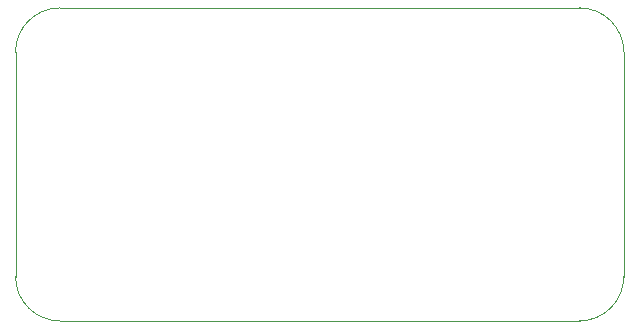
<source format=gbr>
%TF.GenerationSoftware,KiCad,Pcbnew,8.0.7*%
%TF.CreationDate,2025-01-26T16:55:51-08:00*%
%TF.ProjectId,servo-dev-board,73657276-6f2d-4646-9576-2d626f617264,rev?*%
%TF.SameCoordinates,Original*%
%TF.FileFunction,Profile,NP*%
%FSLAX46Y46*%
G04 Gerber Fmt 4.6, Leading zero omitted, Abs format (unit mm)*
G04 Created by KiCad (PCBNEW 8.0.7) date 2025-01-26 16:55:51*
%MOMM*%
%LPD*%
G01*
G04 APERTURE LIST*
%TA.AperFunction,Profile*%
%ADD10C,0.050000*%
%TD*%
G04 APERTURE END LIST*
D10*
X165750000Y-91500000D02*
X165750000Y-110500000D01*
X162000000Y-114250000D02*
X118000000Y-114250000D01*
X162000000Y-87750000D02*
G75*
G02*
X165750000Y-91500000I0J-3750000D01*
G01*
X114250000Y-91500000D02*
G75*
G02*
X118000000Y-87750000I3750000J0D01*
G01*
X114250000Y-110500000D02*
X114250000Y-91500000D01*
X165750000Y-110500000D02*
G75*
G02*
X162000000Y-114250000I-3750000J0D01*
G01*
X118000000Y-87750000D02*
X162000000Y-87750000D01*
X118000000Y-114250000D02*
G75*
G02*
X114250000Y-110500000I0J3750000D01*
G01*
M02*

</source>
